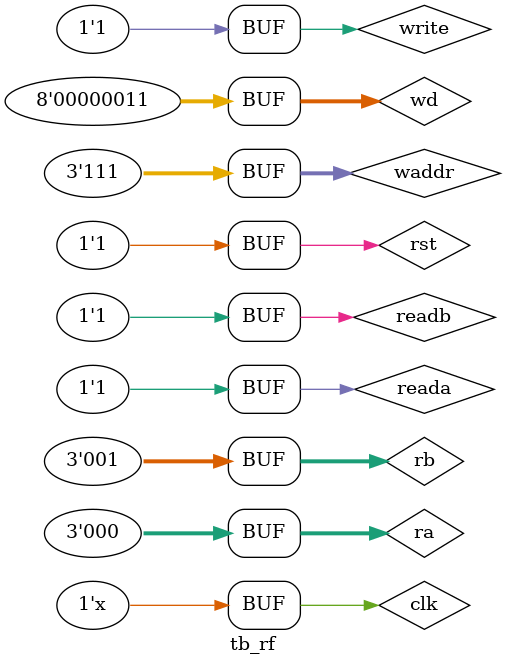
<source format=v>
module tb_rf;

parameter M=3;
parameter N=8;

//input
reg rst,clk;

reg [N-1 : 0] wd;
reg [M-1 : 0] waddr;
reg write;

reg [M-1 : 0] ra;
reg reada;

reg [M-1 : 0 ] rb;
reg readb;

//output
wire [N-1 : 0] qa;
wire [N-1 : 0] qb;

rf #(M,N) dut(rst,clk,wd,waddr,write,ra,reada,rb,readb,qa,qb);
initial clk = 0;
always #5 clk=~clk;

initial begin
    rst = 1;
    #20;
    rst = 0;
    write = 1;
    waddr = 3'b000;
    wd = 8'b0000_0000;
    #10;
    write = 1;
    waddr = 3'b001;
    wd = 8'b0000_0001;
    #10;
    write = 1;
    waddr = 3'b010;
    wd = 8'b0000_0010;
    #10;
    write = 1;
    waddr = 3'b011;
    wd = 8'b0000_0011;
    #10;
    write = 1;
    waddr = 3'b100;
    wd = 8'b0000_0100;
    #10;
    write = 1;
    waddr = 3'b101;
    wd = 8'b0000_0101;
    #10;
    write = 1;
    waddr = 3'b110;
    wd = 8'b0000_0110;
    #10;
    write = 1;
    waddr = 3'b111;
    wd = 8'b0000_011;
    
    #10;
    reada = 1;
    ra = 3'b000;
    readb = 1;
    rb = 3'b001;
    #10;
    rst = 1;
end
endmodule
</source>
